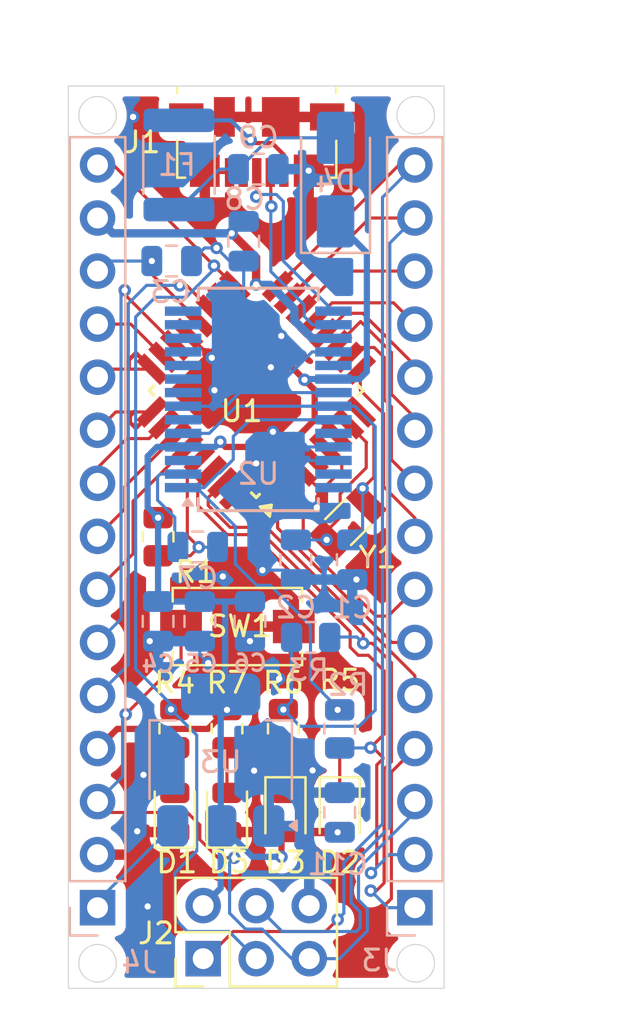
<source format=kicad_pcb>
(kicad_pcb (version 20240108) (generator "pcbnew") (generator_version "8.0")
  (layers (0 "F.Cu" signal) (31 "B.Cu" signal) (34 "B.Paste" user) (35 "F.Paste" user) (36 "B.SilkS" user "B.Silkscreen") (37 "F.SilkS" user "F.Silkscreen") (38 "B.Mask" user) (39 "F.Mask" user) (44 "Edge.Cuts" user))
  (net 0 "")
  (net 1 "GND")
  (net 2 "XTAL2")
  (net 3 "XTAL1")
  (net 4 "AREF")
  (net 5 "+5V")
  (net 6 "RESET")
  (net 7 "Net-(U2-DTR)")
  (net 8 "+3.3V")
  (net 9 "VBUS")
  (net 10 "Net-(D1-A)")
  (net 11 "RX")
  (net 12 "Net-(D2-K)")
  (net 13 "TX")
  (net 14 "Net-(D3-K)")
  (net 15 "Net-(D5-A)")
  (net 16 "Net-(J1-VBUS)")
  (net 17 "D+")
  (net 18 "D-")
  (net 20 "D12{slash}MISO")
  (net 21 "D11{slash}MOSI")
  (net 22 "D13{slash}SCK")
  (net 23 "D5")
  (net 24 "D6")
  (net 25 "D10")
  (net 26 "D3")
  (net 27 "D8")
  (net 28 "D7")
  (net 29 "D2")
  (net 30 "D9")
  (net 31 "D0{slash}RX")
  (net 32 "D1{slash}TX")
  (net 33 "D4")
  (net 34 "A7")
  (net 35 "A0")
  (net 36 "A2")
  (net 37 "A4")
  (net 38 "A3")
  (net 39 "A6")
  (net 40 "A1")
  (net 41 "VIN")
  (net 42 "A5")
  (footprint "LED_SMD:LED_0805_2012Metric" (layer "F.Cu") (at 114.6 137.013 -90)
    (property "Reference" "D2")
    (property "Value" "LED_RX")
  )
  (footprint "Resistor_SMD:R_0805_2012Metric" (layer "F.Cu") (at 106.7 133.0005 -90)
    (property "Reference" "R4")
    (property "Value" "R")
  )
  (footprint "Resistor_SMD:R_0805_2012Metric" (layer "F.Cu") (at 105.9 123.813 -90)
    (property "Reference" "R1")
    (property "Value" "R")
  )
  (footprint "Resistor_SMD:R_0805_2012Metric" (layer "F.Cu") (at 114.6 133.013 -90)
    (property "Reference" "R5")
    (property "Value" "R")
  )
  (footprint "Button_Switch_SMD:SW_SPST_EVQPE1" (layer "F.Cu") (at 109.7 128.113 180)
    (property "Reference" "SW1")
    (property "Value" "SW_Push")
  )
  (footprint "Package_QFP:TQFP-32_7x7mm_P0.8mm" (layer "F.Cu") (at 110.6 116.813 135)
    (property "Reference" "U1")
    (property "Value" "ATmega328P-A")
  )
  (footprint "Resistor_SMD:R_0805_2012Metric" (layer "F.Cu") (at 109.2 133.0005 -90)
    (property "Reference" "R7")
    (property "Value" "R")
  )
  (footprint "LED_SMD:LED_0805_2012Metric" (layer "F.Cu") (at 109.2 137.013 90)
    (property "Reference" "D5")
    (property "Value" "LED_Tension")
  )
  (footprint "Connector_USB:USB_Micro-B_Molex_47346-0001" (layer "F.Cu") (at 110.625 104.913 180)
    (property "Reference" "J1")
    (property "Value" "USB_B_Micro")
  )
  (footprint "LED_SMD:LED_0805_2012Metric" (layer "F.Cu") (at 106.7 137.013 90)
    (property "Reference" "D1")
    (property "Value" "LED_Built_In")
  )
  (footprint "Resistor_SMD:R_0805_2012Metric" (layer "F.Cu") (at 111.9 133.0005 -90)
    (property "Reference" "R6")
    (property "Value" "R")
  )
  (footprint "LED_SMD:LED_0805_2012Metric" (layer "F.Cu") (at 112 137.013 -90)
    (property "Reference" "D3")
    (property "Value" "LED_TX")
  )
  (footprint "Crystal:Crystal_SMD_3215-2Pin_3.2x1.5mm" (layer "F.Cu") (at 115 123.113 -135)
    (property "Reference" "Y1")
    (property "Value" "Crystal")
  )
  (footprint "Connector_PinHeader_2.54mm:PinHeader_2x03_P2.54mm_Vertical" (layer "F.Cu") (at 108.06 144.013 90)
    (property "Reference" "J2")
    (property "Value" "AVR-ISP-6")
  )
  (footprint "Capacitor_SMD:C_0805_2012Metric" (layer "B.Cu") (at 106.55 110.613)
    (property "Reference" "C3")
    (property "Value" "C")
  )
  (footprint "Fuse:Fuse_1812_4532Metric" (layer "B.Cu") (at 106.9 106.013 90)
    (property "Reference" "F1")
    (property "Value" "Polyfuse")
  )
  (footprint "Capacitor_SMD:C_0805_2012Metric" (layer "B.Cu") (at 110.7 106.213)
    (property "Reference" "C9")
    (property "Value" "C_Polarized")
  )
  (footprint "Capacitor_SMD:C_0805_2012Metric" (layer "B.Cu") (at 115.2 124.913 90)
    (property "Reference" "C1")
    (property "Value" "C")
  )
  (footprint "Package_TO_SOT_SMD:SOT-223-3_TabPin2" (layer "B.Cu") (at 108.9 134.513 90)
    (property "Reference" "U3")
    (property "Value" "LM1117MP-5.0")
  )
  (footprint "Capacitor_SMD:C_0805_2012Metric" (layer "B.Cu") (at 110.3 127.863 -90)
    (property "Reference" "C6")
    (property "Value" "C")
  )
  (footprint "Resistor_SMD:R_0805_2012Metric" (layer "B.Cu") (at 113.206995 128.632541)
    (property "Reference" "R3")
    (property "Value" "R")
  )
  (footprint "Capacitor_SMD:C_0805_2012Metric" (layer "B.Cu") (at 114.6 137.013 -90)
    (property "Reference" "C11")
    (property "Value" "C")
  )
  (footprint "Diode_SMD:D_SMA" (layer "B.Cu") (at 114.4 106.713 90)
    (property "Reference" "D4")
    (property "Value" "D_Schottky")
  )
  (footprint "Connector_PinHeader_2.54mm:PinHeader_1x15_P2.54mm_Vertical" (layer "B.Cu") (at 118.2 141.573)
    (property "Reference" "J3")
    (property "Value" "Conn_01x15")
  )
  (footprint "Package_SO:SSOP-28_5.3x10.2mm_P0.65mm" (layer "B.Cu") (at 110.7 117.238)
    (property "Reference" "U2")
    (property "Value" "FT232RL")
  )
  (footprint "Capacitor_SMD:C_0805_2012Metric" (layer "B.Cu") (at 107.8 124.3)
    (property "Reference" "C7")
    (property "Value" "C")
  )
  (footprint "Capacitor_SMD:C_0805_2012Metric" (layer "B.Cu") (at 110 109.663 90)
    (property "Reference" "C8")
    (property "Value" "C")
  )
  (footprint "Connector_PinHeader_2.54mm:PinHeader_1x15_P2.54mm_Vertical" (layer "B.Cu") (at 103 141.573)
    (property "Reference" "J4")
    (property "Value" "Conn_01x15")
  )
  (footprint "Capacitor_SMD:C_0805_2012Metric" (layer "B.Cu") (at 107.9 127.863 -90)
    (property "Reference" "C5")
    (property "Value" "C_Polarized")
  )
  (footprint "Capacitor_SMD:C_0805_2012Metric" (layer "B.Cu") (at 105.9 127.863 -90)
    (property "Reference" "C4")
    (property "Value" "C")
  )
  (footprint "Capacitor_SMD:C_0805_2012Metric" (layer "B.Cu") (at 112.5 124.913 -90)
    (property "Reference" "C2")
    (property "Value" "C")
  )
  (footprint "Resistor_SMD:R_0805_2012Metric" (layer "B.Cu") (at 114.6 133.013 90)
    (property "Reference" "R2")
    (property "Value" "R")
  )
  (gr_circle (center 118.24 103.633) (end 119.14 103.633) (stroke (width 0.05)) (fill none) (layer "Edge.Cuts"))
  (gr_circle (center 118.24 144.233) (end 119.14 144.233) (stroke (width 0.05)) (fill none) (layer "Edge.Cuts"))
  (gr_circle (center 103 144.233) (end 103.9 144.233) (stroke (width 0.05)) (fill none) (layer "Edge.Cuts"))
  (gr_rect (start 101.6 102.233) (end 119.6 145.433) (stroke (width 0.05)) (fill none) (layer "Edge.Cuts"))
  (gr_circle (center 103 103.633) (end 103.9 103.633) (stroke (width 0.05)) (fill none) (layer "Edge.Cuts"))
  (segment (start 112.757 120.667) (end 113.503 121.413) (width 0.15) (layer "F.Cu") (net 1))
  (segment (start 117.075 141.138) (end 116.6 141.613) (width 0.15) (layer "F.Cu") (net 1))
  (segment (start 108.468 115.246) (end 107.312 114.091) (width 0.15) (layer "F.Cu") (net 1))
  (segment (start 113.9 121.413) (end 114.7 120.613) (width 0.15) (layer "F.Cu") (net 1))
  (segment (start 109.333 115.246) (end 111.4 117.313) (width 0.15) (layer "F.Cu") (net 1))
  (segment (start 104.22 139.033) (end 104.3 139.113) (width 0.15) (layer "F.Cu") (net 1))
  (segment (start 108.472 115.246) (end 109.333 115.246) (width 0.15) (layer "F.Cu") (net 1))
  (segment (start 108.472 115.246) (end 108.468 115.246) (width 0.15) (layer "F.Cu") (net 1))
  (segment (start 114.7 120.613) (end 114.7 120.313) (width 0.15) (layer "F.Cu") (net 1))
  (segment (start 110.4375 137.9505) (end 110.5 138.013) (width 0.15) (layer "F.Cu") (net 1))
  (segment (start 114.7 120.313) (end 113.922 119.535) (width 0.15) (layer "F.Cu") (net 1))
  (segment (start 109.2 137.9505) (end 110.4375 137.9505) (width 0.15) (layer "F.Cu") (net 1))
  (segment (start 103 139.033) (end 104.22 139.033) (width 0.15) (layer "F.Cu") (net 1))
  (segment (start 118.2 133.953) (end 117.075 135.078) (width 0.15) (layer "F.Cu") (net 1))
  (segment (start 111.4 117.313) (end 111.4 118.788) (width 0.15) (layer "F.Cu") (net 1))
  (segment (start 109.325 106.373) (end 108.2225 106.373) (width 0.15) (layer "F.Cu") (net 1))
  (segment (start 113.14 140.649) (end 113.155 140.634) (width 0.15) (layer "F.Cu") (net 1))
  (segment (start 108.2225 106.373) (end 108.1375 106.288) (width 0.15) (layer "F.Cu") (net 1))
  (segment (start 113.922 119.535) (end 113.888 119.535) (width 0.15) (layer "F.Cu") (net 1))
  (segment (start 113.503 121.413) (end 113.9 121.413) (width 0.15) (layer "F.Cu") (net 1))
  (segment (start 117.075 135.078) (end 117.075 141.138) (width 0.15) (layer "F.Cu") (net 1))
  (via (at 113.1125 106.288) (size 0.6) (drill 0.3) (layers "F.Cu" "B.Cu") (net 1))
  (via (at 111.4 118.788) (size 0.6) (drill 0.3) (layers "F.Cu" "B.Cu") (net 1))
  (via (at 110.5 135.013) (size 0.6) (drill 0.3) (layers "F.Cu" "B.Cu") (net 1))
  (via (at 108.472 115.246) (size 0.6) (drill 0.3) (layers "F.Cu" "B.Cu") (net 1))
  (via (at 105.2 135.213) (size 0.6) (drill 0.3) (layers "F.Cu" "B.Cu") (net 1))
  (via (at 109 125.713) (size 0.6) (drill 0.3) (layers "F.Cu" "B.Cu") (net 1))
  (via (at 111.7 130.613) (size 0.6) (drill 0.3) (layers "F.Cu" "B.Cu") (net 1))
  (via (at 111.8 114.2) (size 0.6) (drill 0.3) (layers "F.Cu" "B.Cu") (net 1))
  (via (at 108.7 109.985) (size 0.6) (drill 0.3) (layers "F.Cu" "B.Cu") (net 1))
  (via (at 105.4 141.513) (size 0.6) (drill 0.3) (layers "F.Cu" "B.Cu") (net 1))
  (via (at 110.6 120.3) (size 0.6) (drill 0.3) (layers "F.Cu" "B.Cu") (net 1))
  (via (at 108.3 129.863) (size 0.6) (drill 0.3) (layers "F.Cu" "B.Cu") (net 1))
  (via (at 111.3 115.7) (size 0.6) (drill 0.3) (layers "F.Cu" "B.Cu") (net 1))
  (via (at 104.9 137.913) (size 0.6) (drill 0.3) (layers "F.Cu" "B.Cu") (net 1))
  (via (at 110.3 128.813) (size 0.6) (drill 0.3) (layers "F.Cu" "B.Cu") (net 1))
  (via (at 113.5 122.413) (size 0.6) (drill 0.3) (layers "F.Cu" "B.Cu") (net 1))
  (via (at 110.9 125.413) (size 0.6) (drill 0.3) (layers "F.Cu" "B.Cu") (net 1))
  (via (at 105.499998 128.813) (size 0.6) (drill 0.3) (layers "F.Cu" "B.Cu") (net 1))
  (via (at 113.3 135) (size 0.6) (drill 0.3) (layers "F.Cu" "B.Cu") (net 1))
  (via (at 115.401 125.862) (size 0.6) (drill 0.3) (layers "F.Cu" "B.Cu") (net 1))
  (via (at 104.7 103.713) (size 0.6) (drill 0.3) (layers "F.Cu" "B.Cu") (net 1))
  (via (at 108.6 116.8) (size 0.6) (drill 0.3) (layers "F.Cu" "B.Cu") (net 1))
  (segment (start 108.7 109.985) (end 109.478 110.763) (width 0.15) (layer "B.Cu") (net 1))
  (segment (start 111.9 116.338) (end 111.9 116.513) (width 0.15) (layer "B.Cu") (net 1))
  (segment (start 111.65 106.213) (end 113.0375 106.213) (width 0.15) (layer "B.Cu") (net 1))
  (segment (start 113.0375 106.213) (end 113.1125 106.288) (width 0.15) (layer "B.Cu") (net 1))
  (segment (start 110 110.763) (end 110 112.713) (width 0.15) (layer "B.Cu") (net 1))
  (segment (start 109.155 117.563) (end 110.205 116.513) (width 0.15) (layer "B.Cu") (net 1))
  (segment (start 112.8 120.013) (end 112.8 119.613) (width 0.15) (layer "B.Cu") (net 1))
  (segment (start 112.05 125.413) (end 110.9 125.413) (width 0.15) (layer "B.Cu") (net 1))
  (segment (start 114.3 114.963) (end 113.275 114.963) (width 0.15) (layer "B.Cu") (net 1))
  (segment (start 112.8 119.613) (end 112.9 119.513) (width 0.15) (layer "B.Cu") (net 1))
  (segment (start 107.9 129.463) (end 107.9 128.813) (width 0.15) (layer "B.Cu") (net 1))
  (segment (start 108.7 109.985) (end 108.128 109.985) (width 0.15) (layer "B.Cu") (net 1))
  (segment (start 112.95 120.163) (end 112.8 120.013) (width 0.15) (layer "B.Cu") (net 1))
  (segment (start 114.3 120.163) (end 112.95 120.163) (width 0.15) (layer "B.Cu") (net 1))
  (segment (start 107.9 110.763) (end 107.75 110.613) (width 0.15) (layer "B.Cu") (net 1))
  (segment (start 112.9 119.513) (end 114.3 119.513) (width 0.15) (layer "B.Cu") (net 1))
  (segment (start 110.205 116.513) (end 111.9 116.513) (width 0.15) (layer "B.Cu") (net 1))
  (segment (start 109.478 110.763) (end 110 110.763) (width 0.15) (layer "B.Cu") (net 1))
  (segment (start 113.275 114.963) (end 111.9 116.338) (width 0.15) (layer "B.Cu") (net 1))
  (segment (start 108.128 109.985) (end 107.5 110.613) (width 0.15) (layer "B.Cu") (net 1))
  (segment (start 107.1 117.563) (end 109.155 117.563) (width 0.15) (layer "B.Cu") (net 1))
  (segment (start 112.3 116.913) (end 114.3 116.913) (width 0.15) (layer "B.Cu") (net 1))
  (segment (start 111.9 116.513) (end 112.3 116.913) (width 0.15) (layer "B.Cu") (net 1))
  (segment (start 110 112.713) (end 110.205 112.918) (width 0.15) (layer "B.Cu") (net 1))
  (segment (start 112.5 125.863) (end 112.05 125.413) (width 0.15) (layer "B.Cu") (net 1))
  (segment (start 105.499998 128.813) (end 105.9 128.813) (width 0.15) (layer "B.Cu") (net 1))
  (segment (start 115.4 125.863) (end 115.401 125.862) (width 0.15) (layer "B.Cu") (net 1))
  (segment (start 110.205 112.918) (end 110.205 116.513) (width 0.15) (layer "B.Cu") (net 1))
  (segment (start 108.3 129.863) (end 107.9 129.463) (width 0.15) (layer "B.Cu") (net 1))
  (segment (start 115.911 118.1645) (end 115.5851 117.8386) (width 0.2) (layer "F.Cu") (net 2))
  (segment (start 115.5851 117.8386) (end 115.5851 117.8383) (width 0.2) (layer "F.Cu") (net 2))
  (segment (start 116.237 120.958) (end 116.237 118.491) (width 0.15) (layer "F.Cu") (net 2))
  (segment (start 115.8839 122.2291) (end 115.696 122.0412) (width 0.2) (layer "F.Cu") (net 2))
  (segment (start 116.237 118.491) (end 115.911 118.1645) (width 0.15) (layer "F.Cu") (net 2))
  (segment (start 115.696 122.0412) (end 115.696 121.499) (width 0.2) (layer "F.Cu") (net 2))
  (segment (start 115.911 118.1645) (end 115.585 117.838) (width 0.15) (layer "F.Cu") (net 2))
  (segment (start 115.696 121.499) (end 116.237 120.958) (width 0.15) (layer "F.Cu") (net 2))
  (via (at 115.696 121.499) (size 0.6) (drill 0.3) (layers "F.Cu" "B.Cu") (net 2))
  (segment (start 115.696 121.499) (end 115.696 123.467) (width 0.15) (layer "B.Cu") (net 2))
  (segment (start 115.696 123.467) (end 115.2 123.963) (width 0.15) (layer "B.Cu") (net 2))
  (segment (start 114.0772 123.958) (end 114.1161 123.9969) (width 0.2) (layer "F.Cu") (net 3))
  (segment (start 114.1161 123.6971) (end 114.1161 123.9969) (width 0.2) (layer "F.Cu") (net 3))
  (segment (start 114.116 123.697) (end 114.1161 123.6971) (width 0.2) (layer "F.Cu") (net 3))
  (segment (start 114.619 122.894) (end 114.116 123.397) (width 0.15) (layer "F.Cu") (net 3))
  (segment (start 114.619 121.763) (end 114.619 122.894) (width 0.15) (layer "F.Cu") (net 3))
  (segment (start 115.869 119.319) (end 115.869 120.513) (width 0.15) (layer "F.Cu") (net 3))
  (segment (start 115.019 118.404) (end 115.019 118.432) (width 0.15) (layer "F.Cu") (net 3))
  (segment (start 114.116 123.697) (end 114.116 123.997) (width 0.15) (layer "F.Cu") (net 3))
  (segment (start 115.887 119.3) (end 115.869 119.319) (width 0.15) (layer "F.Cu") (net 3))
  (segment (start 114.116 123.397) (end 114.116 123.697) (width 0.15) (layer "F.Cu") (net 3))
  (segment (start 115.019 118.432) (end 115.887 119.3) (width 0.15) (layer "F.Cu") (net 3))
  (segment (start 115.869 120.513) (end 114.619 121.763) (width 0.15) (layer "F.Cu") (net 3))
  (segment (start 115.0194 118.404) (end 115.019 118.404) (width 0.2) (layer "F.Cu") (net 3))
  (segment (start 113.975 123.958) (end 114.0772 123.958) (width 0.2) (layer "F.Cu") (net 3))
  (via (at 113.975 123.958) (size 0.6) (drill 0.3) (layers "F.Cu" "B.Cu") (net 3))
  (segment (start 112.5 123.963) (end 113.97 123.963) (width 0.15) (layer "B.Cu") (net 3))
  (segment (start 113.97 123.963) (end 113.975 123.958) (width 0.15) (layer "B.Cu") (net 3))
  (segment (start 107.203 112.85) (end 107.878 113.525) (width 0.15) (layer "F.Cu") (net 4))
  (segment (start 107.203 112.85) (end 107.8776 113.5246) (width 0.2) (layer "F.Cu") (net 4))
  (segment (start 105.6 110.613) (end 105.6 111.247) (width 0.15) (layer "F.Cu") (net 4))
  (segment (start 107.8776 113.5246) (end 107.8776 113.525) (width 0.2) (layer "F.Cu") (net 4))
  (segment (start 105.6 111.247) (end 107.203 112.85) (width 0.15) (layer "F.Cu") (net 4))
  (via (at 105.6 110.613) (size 0.6) (drill 0.3) (layers "F.Cu" "B.Cu") (net 4))
  (segment (start 103.48 110.613) (end 103 111.093) (width 0.15) (layer "B.Cu") (net 4))
  (segment (start 105.6 110.613) (end 103.48 110.613) (width 0.15) (layer "B.Cu") (net 4))
  (segment (start 112 137.951) (end 114.488 137.951) (width 0.4) (layer "F.Cu") (net 5))
  (segment (start 111.810972 138.140028) (end 112 137.951) (width 0.3) (layer "F.Cu") (net 5))
  (segment (start 114.6 137.9505) (end 114.5125 137.9505) (width 0.2) (layer "F.Cu") (net 5))
  (segment (start 113.4 118.213) (end 113.697 118.213) (width 0.3) (layer "F.Cu") (net 5))
  (segment (start 114.4537 118.9697) (end 114.454 118.97) (width 0.3) (layer "F.Cu") (net 5))
  (segment (start 113.322 120.101) (end 112.6 119.379) (width 0.3) (layer "F.Cu") (net 5))
  (segment (start 113.4 116.785) (end 113.4 118.213) (width 0.3) (layer "F.Cu") (net 5))
  (segment (start 111.810972 139.135853) (end 111.810972 138.140028) (width 0.3) (layer "F.Cu") (net 5))
  (segment (start 112 137.9505) (end 112 137.951) (width 0.2) (layer "F.Cu") (net 5))
  (segment (start 112.6 119.379) (end 112.6 119.013) (width 0.3) (layer "F.Cu") (net 5))
  (segment (start 112.1 119.513) (end 112.6 119.013) (width 0.3) (layer "F.Cu") (net 5))
  (segment (start 108.288 133.013) (end 103.94 133.013) (width 0.3) (layer "F.Cu") (net 5))
  (segment (start 113.697 118.213) (end 114.4537 118.9697) (width 0.3) (layer "F.Cu") (net 5))
  (segment (start 112.6 119.013) (end 113.4 118.213) (width 0.3) (layer "F.Cu") (net 5))
  (segment (start 109.2 132.101) (end 108.288 133.013) (width 0.3) (layer "F.Cu") (net 5))
  (segment (start 114.488 137.951) (end 114.5 137.963) (width 0.4) (layer "F.Cu") (net 5))
  (segment (start 109.2 132.1005) (end 109.2 132.101) (width 0.2) (layer "F.Cu") (net 5))
  (segment (start 108.88 119.265) (end 109.128 119.513) (width 0.3) (layer "F.Cu") (net 5))
  (segment (start 103.94 133.013) (end 103 133.953) (width 0.3) (layer "F.Cu") (net 5))
  (segment (start 109.128 119.513) (end 112.1 119.513) (width 0.3) (layer "F.Cu") (net 5))
  (segment (start 109.009 112.3936) (end 109.009 112.394) (width 0.2) (layer "F.Cu") (net 5))
  (segment (start 112.914 116.299) (end 113.4 116.785) (width 0.3) (layer "F.Cu") (net 5))
  (segment (start 114.5125 137.9505) (end 114.5 137.963) (width 0.2) (layer "F.Cu") (net 5))
  (segment (start 113.3224 120.101) (end 113.322 120.101) (width 0.2) (layer "F.Cu") (net 5))
  (segment (start 109.009 112.394) (end 112.914 116.299) (width 0.3) (layer "F.Cu") (net 5))
  (segment (start 105.9 122.9005) (end 105.9 122.901) (width 0.2) (layer "F.Cu") (net 5))
  (via (at 109.2 132.101) (size 0.6) (drill 0.3) (layers "F.Cu" "B.Cu") (net 5))
  (via (at 114.5 137.963) (size 0.6) (drill 0.3) (layers "F.Cu" "B.Cu") (net 5))
  (via (at 112.914 116.299) (size 0.6) (drill 0.3) (layers "F.Cu" "B.Cu") (net 5))
  (via (at 111.810972 139.135853) (size 0.6) (drill 0.3) (layers "F.Cu" "B.Cu") (net 5))
  (via (at 105.9 122.901) (size 0.6) (drill 0.3) (layers "F.Cu" "B.Cu") (net 5))
  (via (at 108.88 119.265) (size 0.6) (drill 0.3) (layers "F.Cu" "B.Cu") (net 5))
  (segment (start 115.9 110.213) (end 115.9 115.913) (width 0.3) (layer "B.Cu") (net 5))
  (segment (start 108.9 140.633) (end 108.06 141.473) (width 0.3) (layer "B.Cu") (net 5))
  (segment (start 109.2 126.913) (end 109.114 126.999) (width 0.3) (layer "B.Cu") (net 5))
  (segment (start 108.632 119.513) (end 108.88 119.265) (width 0.3) (layer "B.Cu") (net 5))
  (segment (start 109.2 132.101) (end 108.9 131.801) (width 0.3) (layer "B.Cu") (net 5))
  (segment (start 108.9 131.363) (end 109.2 131.063) (width 0.3) (layer "B.Cu") (net 5))
  (segment (start 108.9 137.813) (end 108.9 140.633) (width 0.3) (layer "B.Cu") (net 5))
  (segment (start 105.4 122.401) (end 105.9 122.901) (width 0.3) (layer "B.Cu") (net 5))
  (segment (start 110.3 126.913) (end 109.2 126.913) (width 0.3) (layer "B.Cu") (net 5))
  (segment (start 108.9 132.401) (end 109.2 132.101) (width 0.3) (layer "B.Cu") (net 5))
  (segment (start 115.55 116.263) (end 114.3 116.263) (width 0.3) (layer "B.Cu") (net 5))
  (segment (start 107.1 119.513) (end 105.85 119.513) (width 0.3) (layer "B.Cu") (net 5))
  (segment (start 114.3 116.263) (end 112.95 116.263) (width 0.3) (layer "B.Cu") (net 5))
  (segment (start 108.9 131.801) (end 108.9 131.363) (width 0.3) (layer "B.Cu") (net 5))
  (segment (start 112.95 116.263) (end 112.914 116.299) (width 0.3) (layer "B.Cu") (net 5))
  (segment (start 108.9 137.663) (end 108.9 132.401) (width 0.3) (layer "B.Cu") (net 5))
  (segment (start 108.9 137.813) (end 108.9 137.663) (width 0.3) (layer "B.Cu") (net 5))
  (segment (start 109.114 131.149) (end 108.9 131.363) (width 0.3) (layer "B.Cu") (net 5))
  (segment (start 115.9 115.913) (end 115.55 116.263) (width 0.3) (layer "B.Cu") (net 5))
  (segment (start 114.4 108.713) (end 115.9 110.213) (width 0.3) (layer "B.Cu") (net 5))
  (segment (start 108.9 137.663) (end 108.9 137.813) (width 0.3) (layer "B.Cu") (net 5))
  (segment (start 111.810972 139.135853) (end 110.422853 139.135853) (width 0.3) (layer "B.Cu") (net 5))
  (segment (start 109.114 126.999) (end 109.114 131.149) (width 0.3) (layer "B.Cu") (net 5))
  (segment (start 109.1 137.813) (end 108.9 137.813) (width 0.3) (layer "B.Cu") (net 5))
  (segment (start 105.4 119.963) (end 105.4 122.401) (width 0.3) (layer "B.Cu") (net 5))
  (segment (start 110.422853 139.135853) (end 109.1 137.813) (width 0.3) (layer "B.Cu") (net 5))
  (segment (start 114.6 137.963) (end 114.5 137.963) (width 0.2) (layer "B.Cu") (net 5))
  (segment (start 105.85 119.513) (end 105.4 119.963) (width 0.3) (layer "B.Cu") (net 5))
  (segment (start 109.2 126.913) (end 107.9 126.913) (width 0.3) (layer "B.Cu") (net 5))
  (segment (start 105.9 126.913) (end 107.9 126.913) (width 0.3) (layer "B.Cu") (net 5))
  (segment (start 105.85 119.513) (end 107.1 119.513) (width 0.3) (layer "B.Cu") (net 5))
  (segment (start 107.1 119.513) (end 108.632 119.513) (width 0.3) (layer "B.Cu") (net 5))
  (segment (start 105.9 126.913) (end 105.9 122.901) (width 0.3) (layer "B.Cu") (net 5))
  (segment (start 108.769238 139.182238) (end 107.9 138.313) (width 0.15) (layer "F.Cu") (net 6))
  (segment (start 105.9 124.725) (end 105.9 124.7255) (width 0.15) (layer "F.Cu") (net 6))
  (segment (start 107.3 123.763) (end 107.3 120.679) (width 0.15) (layer "F.Cu") (net 6))
  (segment (start 107 128.113) (end 107 129.662) (width 0.15) (layer "F.Cu") (net 6))
  (segment (start 109.549999 139.182238) (end 108.769238 139.182238) (width 0.15) (layer "F.Cu") (net 6))
  (segment (start 105.9 124.7255) (end 105.9 127.013) (width 0.15) (layer "F.Cu") (net 6))
  (segment (start 107.3 120.679) (end 107.8778 120.1012) (width 0.15) (layer "F.Cu") (net 6))
  (segment (start 107.9 137.613) (end 107.3 137.013) (width 0.15) (layer "F.Cu") (net 6))
  (segment (start 103.52 137.013) (end 103 136.493) (width 0.15) (layer "F.Cu") (net 6))
  (segment (start 107.438 124.725) (end 105.9 124.725) (width 0.15) (layer "F.Cu") (net 6))
  (segment (start 107.3 137.013) (end 103.52 137.013) (width 0.15) (layer "F.Cu") (net 6))
  (segment (start 105.9 127.013) (end 107 128.113) (width 0.15) (layer "F.Cu") (net 6))
  (segment (start 107.85 124.313) (end 107.438 124.725) (width 0.15) (layer "F.Cu") (net 6))
  (segment (start 107.8776 120.101) (end 107.8778 120.1012) (width 0.2) (layer "F.Cu") (net 6))
  (segment (start 107.9 138.313) (end 107.9 137.613) (width 0.15) (layer "F.Cu") (net 6))
  (segment (start 107 129.662) (end 104.349 132.313) (width 0.15) (layer "F.Cu") (net 6))
  (segment (start 107.8778 120.1012) (end 107.878 120.101) (width 0.15) (layer "F.Cu") (net 6))
  (segment (start 107.85 124.313) (end 107.3 123.763) (width 0.15) (layer "F.Cu") (net 6))
  (via (at 107.85 124.313) (size 0.6) (drill 0.3) (layers "F.Cu" "B.Cu") (net 6))
  (via (at 109.549999 139.182238) (size 0.6) (drill 0.3) (layers "F.Cu" "B.Cu") (net 6))
  (via (at 104.349 132.313) (size 0.6) (drill 0.3) (layers "F.Cu" "B.Cu") (net 6))
  (segment (start 110.885 142.598) (end 112.3 144.013) (width 0.15) (layer "B.Cu") (net 6))
  (segment (start 115.925 141.629853) (end 115.925 142.682974) (width 0.15) (layer "B.Cu") (net 6))
  (segment (start 109.325 139.407237) (end 109.325 141.838) (width 0.15) (layer "B.Cu") (net 6))
  (segment (start 107.85 124.313) (end 108.75 124.313) (width 0.15) (layer "B.Cu") (net 6))
  (segment (start 114.594974 144.013) (end 113.14 144.013) (width 0.15) (layer "B.Cu") (net 6))
  (segment (start 110.085 142.598) (end 110.885 142.598) (width 0.15) (layer "B.Cu") (net 6))
  (segment (start 109.325 141.838) (end 110.085 142.598) (width 0.15) (layer "B.Cu") (net 6))
  (segment (start 115.925 142.682974) (end 114.594974 144.013) (width 0.15) (layer "B.Cu") (net 6))
  (segment (start 104.2 132.462) (end 104.2 135.293) (width 0.15) (layer "B.Cu") (net 6))
  (segment (start 118.2 136.997) (end 115.5 139.697) (width 0.15) (layer "B.Cu") (net 6))
  (segment (start 118.2 136.493) (end 118.2 136.997) (width 0.15) (layer "B.Cu") (net 6))
  (segment (start 104.2 135.293) (end 103 136.493) (width 0.15) (layer "B.Cu") (net 6))
  (segment (start 112.3 144.013) (end 113.14 144.013) (width 0.15) (layer "B.Cu") (net 6))
  (segment (start 115.5 141.204853) (end 115.925 141.629853) (width 0.15) (layer "B.Cu") (net 6))
  (segment (start 104.349 132.313) (end 104.2 132.462) (width 0.15) (layer "B.Cu") (net 6))
  (segment (start 115.5 139.697) (end 115.5 141.204853) (width 0.15) (layer "B.Cu") (net 6))
  (segment (start 109.549999 139.182238) (end 109.325 139.407237) (width 0.15) (layer "B.Cu") (net 6))
  (segment (start 106.7 124.163) (end 106.85 124.313) (width 0.15) (layer "B.Cu") (net 7))
  (segment (start 105.875 120.938) (end 105.875 122.062) (width 0.15) (layer "B.Cu") (net 7))
  (segment (start 105.875 122.062) (end 106.7 122.887) (width 0.15) (layer "B.Cu") (net 7))
  (segment (start 106 120.813) (end 105.875 120.938) (width 0.15) (layer "B.Cu") (net 7))
  (segment (start 106.7 122.887) (end 106.7 124.163) (width 0.15) (layer "B.Cu") (net 7))
  (segment (start 107.1 120.813) (end 106 120.813) (width 0.15) (layer "B.Cu") (net 7))
  (segment (start 110.596 110.453) (end 110.596 111.754) (width 0.4) (layer "F.Cu") (net 8))
  (segment (start 109.428 109.285) (end 110.596 110.453) (width 0.4) (layer "F.Cu") (net 8))
  (via (at 109.428 109.285) (size 0.6) (drill 0.3) (layers "F.Cu" "B.Cu") (net 8))
  (via (at 110.596 111.734) (size 0.6) (drill 0.3) (layers "F.Cu" "B.Cu") (net 8))
  (segment (start 103.732 109.285) (end 103 108.553) (width 0.4) (layer "B.Cu") (net 8))
  (segment (start 111.269 111.754) (end 112.425 112.91) (width 0.4) (layer "B.Cu") (net 8))
  (segment (start 112.425 113.46) (end 113.278 114.313) (width 0.4) (layer "B.Cu") (net 8))
  (segment (start 113.278 114.313) (end 114.3 114.313) (width 0.4) (layer "B.Cu") (net 8))
  (segment (start 112.425 112.91) (end 112.425 113.46) (width 0.4) (layer "B.Cu") (net 8))
  (segment (start 110.596 111.754) (end 111.269 111.754) (width 0.4) (layer "B.Cu") (net 8))
  (segment (start 109.85 108.863) (end 110 108.863) (width 0.2) (layer "B.Cu") (net 8))
  (segment (start 109.428 109.285) (end 103.732 109.285) (width 0.4) (layer "B.Cu") (net 8))
  (segment (start 109.428 109.285) (end 109.85 108.863) (width 0.2) (layer "B.Cu") (net 8))
  (segment (start 108.838 106.213) (end 109.75 106.213) (width 0.15) (layer "B.Cu") (net 9))
  (segment (start 107.869 107.182) (end 107.8685 107.182) (width 0.2) (layer "B.Cu") (net 9))
  (segment (start 111.25 104.713) (end 114.4 104.713) (width 0.15) (layer "B.Cu") (net 9))
  (segment (start 107.869 107.182) (end 108.838 106.213) (width 0.15) (layer "B.Cu") (net 9))
  (segment (start 106.9 108.151) (end 107.869 107.182) (width 0.15) (layer "B.Cu") (net 9))
  (segment (start 109.75 106.213) (end 111.25 104.713) (width 0.15) (layer "B.Cu") (net 9))
  (segment (start 107.8685 107.182) (end 106.9 108.1505) (width 0.2) (layer "B.Cu") (net 9))
  (segment (start 106.7 136.063) (end 106.7 133.913) (width 0.15) (layer "F.Cu") (net 10))
  (segment (start 114.6 132.1005) (end 114.5005 132.1005) (width 0.2) (layer "F.Cu") (net 11))
  (segment (start 114.5005 132.1005) (end 114.5 132.101) (width 0.2) (layer "F.Cu") (net 11))
  (via (at 114.5 132.101) (size 0.6) (drill 0.3) (layers "F.Cu" "B.Cu") (net 11))
  (segment (start 111.274 126.138) (end 110.625 126.138) (width 0.15) (layer "B.Cu") (net 11))
  (segment (start 109.6 123.313) (end 107.75 121.463) (width 0.15) (layer "B.Cu") (net 11))
  (segment (start 107.75 121.463) (end 107.1 121.463) (width 0.15) (layer "B.Cu") (net 11))
  (segment (start 113.2 128.064) (end 111.274 126.138) (width 0.15) (layer "B.Cu") (net 11))
  (segment (start 107.1 121.463) (end 108.1 121.463) (width 0.15) (layer "B.Cu") (net 11))
  (segment (start 114.55 132.051) (end 113.2 130.701) (width 0.15) (layer "B.Cu") (net 11))
  (segment (start 113.2 130.701) (end 113.2 128.064) (width 0.15) (layer "B.Cu") (net 11))
  (segment (start 108.8 120.763) (end 108.85 120.763) (width 0.15) (layer "B.Cu") (net 11))
  (segment (start 108.85 120.763) (end 109.5 120.113) (width 0.15) (layer "B.Cu") (net 11))
  (segment (start 109.6 125.113) (end 109.6 123.313) (width 0.15) (layer "B.Cu") (net 11))
  (segment (start 110.625 126.138) (end 109.6 125.113) (width 0.15) (layer "B.Cu") (net 11))
  (segment (start 114.6 132.101) (end 114.55 132.051) (width 0.15) (layer "B.Cu") (net 11))
  (segment (start 114.5505 132.051) (end 114.6 132.1005) (width 0.2) (layer "B.Cu") (net 11))
  (segment (start 114.5 132.101) (end 114.55 132.051) (width 0.2) (layer "B.Cu") (net 11))
  (segment (start 110.3 118.213) (end 114.3 118.213) (width 0.15) (layer "B.Cu") (net 11))
  (segment (start 114.55 132.051) (end 114.5505 132.051) (width 0.2) (layer "B.Cu") (net 11))
  (segment (start 109.5 119.013) (end 110.3 118.213) (width 0.15) (layer "B.Cu") (net 11))
  (segment (start 108.1 121.463) (end 108.8 120.763) (width 0.15) (layer "B.Cu") (net 11))
  (segment (start 109.5 120.113) (end 109.5 119.013) (width 0.15) (layer "B.Cu") (net 11))
  (segment (start 114.6 136.0755) (end 114.6 136.075) (width 0.2) (layer "F.Cu") (net 12))
  (segment (start 114.6 133.925) (end 114.6 136.075) (width 0.15) (layer "F.Cu") (net 12))
  (via (at 111.9 132.088) (size 0.6) (drill 0.3) (layers "F.Cu" "B.Cu") (net 13))
  (segment (start 112.7 132.888) (end 115.525 132.888) (width 0.15) (layer "B.Cu") (net 13))
  (segment (start 109.65 117.563) (end 114.3 117.563) (width 0.15) (layer "B.Cu") (net 13))
  (segment (start 108.35 118.863) (end 109.65 117.563) (width 0.15) (layer "B.Cu") (net 13))
  (segment (start 116.3 132.113) (end 116.3 118.538) (width 0.15) (layer "B.Cu") (net 13))
  (segment (start 107.1 118.863) (end 108.35 118.863) (width 0.15) (layer "B.Cu") (net 13))
  (segment (start 112.288 128.613) (end 112.288 131.701) (width 0.15) (layer "B.Cu") (net 13))
  (segment (start 116.3 118.538) (end 115.325 117.563) (width 0.15) (layer "B.Cu") (net 13))
  (segment (start 112.288 131.701) (end 111.9 132.088) (width 0.15) (layer "B.Cu") (net 13))
  (segment (start 112.2875 128.613) (end 112.288 128.613) (width 0.2) (layer "B.Cu") (net 13))
  (segment (start 111.9 132.088) (end 112.7 132.888) (width 0.15) (layer "B.Cu") (net 13))
  (segment (start 115.525 132.888) (end 116.3 132.113) (width 0.15) (layer "B.Cu") (net 13))
  (segment (start 115.325 117.563) (end 114.3 117.563) (width 0.15) (layer "B.Cu") (net 13))
  (segment (start 111.9 133.913) (end 111.988 133.913) (width 0.2) (layer "F.Cu") (net 14))
  (segment (start 111.988 133.913) (end 112 133.925) (width 0.2) (layer "F.Cu") (net 14))
  (segment (start 112 136.0755) (end 112 136.075) (width 0.2) (layer "F.Cu") (net 14))
  (segment (start 112 136.075) (end 112 133.925) (width 0.15) (layer "F.Cu") (net 14))
  (segment (start 109.2 133.925) (end 109.2 136.075) (width 0.15) (layer "F.Cu") (net 15))
  (segment (start 109.2 136.0755) (end 109.2 136.075) (width 0.2) (layer "F.Cu") (net 15))
  (segment (start 110.476404 104.963) (end 111.363 104.963) (width 0.2) (layer "F.Cu") (net 16))
  (segment (start 110.331615 104.818211) (end 110.476404 104.963) (width 0.2) (layer "F.Cu") (net 16))
  (segment (start 111.925 105.525) (end 111.925 106.373) (width 0.2) (layer "F.Cu") (net 16))
  (segment (start 111.363 104.963) (end 111.925 105.525) (width 0.2) (layer "F.Cu") (net 16))
  (via (at 110.331615 104.818211) (size 0.6) (drill 0.3) (layers "F.Cu" "B.Cu") (net 16))
  (segment (start 107.294 104.269) (end 106.9 103.875) (width 0.15) (layer "B.Cu") (net 16))
  (segment (start 107.294 104.269) (end 107.2935 104.269) (width 0.2) (layer "B.Cu") (net 16))
  (segment (start 107.2935 104.269) (end 106.9 103.8755) (width 0.2) (layer "B.Cu") (net 16))
  (segment (start 106.9 103.8755) (end 109.388904 103.8755) (width 0.2) (layer "B.Cu") (net 16))
  (segment (start 109.388904 103.8755) (end 110.331615 104.818211) (width 0.2) (layer "B.Cu") (net 16))
  (segment (start 110.6 107.532555) (end 110.625 107.507555) (width 0.15) (layer "F.Cu") (net 17))
  (segment (start 110.625 107.507555) (end 110.625 106.373) (width 0.15) (layer "F.Cu") (net 17))
  (via (at 110.6 107.532555) (size 0.6) (drill 0.3) (layers "F.Cu" "B.Cu") (net 17))
  (segment (start 111.563173 107.425) (end 111.9 107.761827) (width 0.15) (layer "B.Cu") (net 17))
  (segment (start 110.707555 107.425) (end 111.563173 107.425) (width 0.15) (layer "B.Cu") (net 17))
  (segment (start 111.9 110.613) (end 114.3 113.013) (width 0.15) (layer "B.Cu") (net 17))
  (segment (start 110.6 107.532555) (end 110.707555 107.425) (width 0.15) (layer "B.Cu") (net 17))
  (segment (start 111.9 107.761827) (end 111.9 110.613) (width 0.15) (layer "B.Cu") (net 17))
  (segment (start 111.3 107.975) (end 111.3 106.398) (width 0.15) (layer "F.Cu") (net 18))
  (segment (start 111.325 108) (end 111.3 107.975) (width 0.15) (layer "F.Cu") (net 18))
  (segment (start 111.3 106.398) (end 111.275 106.373) (width 0.15) (layer "F.Cu") (net 18))
  (via (at 111.325 108) (size 0.6) (drill 0.3) (layers "F.Cu" "B.Cu") (net 18))
  (segment (start 113.3 113.663) (end 114.3 113.663) (width 0.15) (layer "B.Cu") (net 18))
  (segment (start 111.3 111.113) (end 112.9 112.713) (width 0.15) (layer "B.Cu") (net 18))
  (segment (start 112.9 112.713) (end 112.9 113.263) (width 0.15) (layer "B.Cu") (net 18))
  (segment (start 111.3 108.025) (end 111.3 111.113) (width 0.15) (layer "B.Cu") (net 18))
  (segment (start 111.325 108) (end 111.3 108.025) (width 0.15) (layer "B.Cu") (net 18))
  (segment (start 112.9 113.263) (end 113.3 113.663) (width 0.15) (layer "B.Cu") (net 18))
  (segment (start 111.6253 111.8279) (end 112.4043 111.0489) (width 0.2) (layer "F.Cu") (net 20))
  (segment (start 113.925 142.713) (end 109.5 142.713) (width 0.15) (layer "F.Cu") (net 20))
  (segment (start 108.2 144.013) (end 108.06 144.013) (width 0.15) (layer "F.Cu") (net 20))
  (segment (start 112.4043 111.0487) (end 117.44 106.013) (width 0.15) (layer "F.Cu") (net 20))
  (segment (start 117.44 106.013) (end 118.2 106.013) (width 0.15) (layer "F.Cu") (net 20))
  (segment (start 112.4043 111.0487) (end 112.4043 111.0489) (width 0.2) (layer "F.Cu") (net 20))
  (segment (start 114.5 142.138) (end 113.925 142.713) (width 0.15) (layer "F.Cu") (net 20))
  (segment (start 111.625 111.828) (end 112.4043 111.0487) (width 0.15) (layer "F.Cu") (net 20))
  (segment (start 109.5 142.713) (end 108.2 144.013) (width 0.15) (layer "F.Cu") (net 20))
  (via (at 114.5 142.138) (size 0.6) (drill 0.3) (layers "F.Cu" "B.Cu") (net 20))
  (segment (start 116.65 137.557) (end 116.65 107.563) (width 0.15) (layer "B.Cu") (net 20))
  (segment (start 114.5 142.138) (end 114.8 141.838) (width 0.15) (layer "B.Cu") (net 20))
  (segment (start 114.8 141.838) (end 114.8 139.407) (width 0.15) (layer "B.Cu") (net 20))
  (segment (start 116.65 107.563) (end 118.2 106.013) (width 0.15) (layer "B.Cu") (net 20))
  (segment (start 114.8 139.407) (end 116.65 137.557) (width 0.15) (layer "B.Cu") (net 20))
  (segment (start 114.1111 110.4735) (end 112.191 112.3936) (width 0.2) (layer "F.Cu") (net 21))
  (segment (start 114.1115 110.4735) (end 116.032 108.553) (width 0.15) (layer "F.Cu") (net 21))
  (segment (start 114.1115 110.4735) (end 114.1111 110.4735) (width 0.2) (layer "F.Cu") (net 21))
  (segment (start 112.191 112.394) (end 114.1115 110.4735) (width 0.15) (layer "F.Cu") (net 21))
  (segment (start 116.032 108.553) (end 118.2 108.553) (width 0.15) (layer "F.Cu") (net 21))
  (segment (start 110.6 141.473) (end 111.84 142.713) (width 0.15) (layer "B.Cu") (net 21))
  (segment (start 115.575 141.774827) (end 115.15 141.349827) (width 0.15) (layer "B.Cu") (net 21))
  (segment (start 115.575 142.538) (end 115.575 141.774827) (width 0.15) (layer "B.Cu") (net 21))
  (segment (start 115.15 141.349827) (end 115.15 139.552) (width 0.15) (layer "B.Cu") (net 21))
  (segment (start 111.84 142.713) (end 115.4 142.713) (width 0.15) (layer "B.Cu") (net 21))
  (segment (start 117 109.753) (end 118.2 108.553) (width 0.15) (layer "B.Cu") (net 21))
  (segment (start 115.15 139.552) (end 117 137.702) (width 0.15) (layer "B.Cu") (net 21))
  (segment (start 117 137.702) (end 117 109.753) (width 0.15) (layer "B.Cu") (net 21))
  (segment (start 115.4 142.713) (end 115.575 142.538) (width 0.15) (layer "B.Cu") (net 21))
  (segment (start 109.2425 111.4955) (end 108.58 110.833) (width 0.15) (layer "F.Cu") (net 22))
  (segment (start 106.7 132.088) (end 106.528 132.088) (width 0.2) (layer "F.Cu") (net 22))
  (segment (start 103.76 106.013) (end 103 106.013) (width 0.15) (layer "F.Cu") (net 22))
  (segment (start 106.528 132.088) (end 106.518 132.078) (width 0.2) (layer "F.Cu") (net 22))
  (segment (start 109.575 111.828) (end 109.2425 111.4955) (width 0.15) (layer "F.Cu") (net 22))
  (segment (start 109.2425 111.4955) (end 109.5747 111.8277) (width 0.2) (layer "F.Cu") (net 22))
  (segment (start 109.5747 111.8277) (end 109.5747 111.8279) (width 0.2) (layer "F.Cu") (net 22))
  (segment (start 108.58 110.833) (end 103.76 106.013) (width 0.15) (layer "F.Cu") (net 22))
  (via (at 106.518 132.078) (size 0.6) (drill 0.3) (layers "F.Cu" "B.Cu") (net 22))
  (via (at 108.58 110.833) (size 0.6) (drill 0.3) (layers "F.Cu" "B.Cu") (net 22))
  (segment (start 107.751 133.312) (end 106.518 132.078) (width 0.15) (layer "B.Cu") (net 22))
  (segment (start 104.825 113.288) (end 104.825 130.138) (width 0.15) (layer "B.Cu") (net 22))
  (segment (start 110.6 144.013) (end 109.3 142.713) (width 0.15) (layer "B.Cu") (net 22))
  (segment (start 104.825 130.138) (end 106.518 131.831) (width 0.15) (layer "B.Cu") (net 22))
  (segment (start 107.238 112.35) (end 105.763 112.35) (width 0.15) (layer "B.Cu") (net 22))
  (segment (start 106.7 142.113) (end 106.7 139.913) (width 0.15) (layer "B.Cu") (net 22))
  (segment (start 108.58 110.833) (end 108.58 111.007) (width 0.15) (layer "B.Cu") (net 22))
  (segment (start 109.3 142.713) (end 107.3 142.713) (width 0.15) (layer "B.Cu") (net 22))
  (segment (start 107.751 138.862) (end 107.751 133.312) (width 0.15) (layer "B.Cu") (net 22))
  (segment (start 108.58 111.007) (end 107.238 112.35) (width 0.15) (layer "B.Cu") (net 22))
  (segment (start 105.763 112.35) (end 104.825 113.288) (width 0.15) (layer "B.Cu") (net 22))
  (segment (start 106.7 139.913) (end 107.751 138.862) (width 0.15) (layer "B.Cu") (net 22))
  (segment (start 107.3 142.713) (end 106.7 142.113) (width 0.15) (layer "B.Cu") (net 22))
  (segment (start 106.518 131.831) (end 106.518 132.078) (width 0.15) (layer "B.Cu") (net 22))
  (segment (start 118.2 123.793) (end 118.2 122.913) (width 0.15) (layer "F.Cu") (net 23))
  (segment (start 115.5851 115.7877) (end 115.585 115.7878) (width 0.2) (layer "F.Cu") (net 23))
  (segment (start 116.7 117.913) (end 115.585 116.798) (width 0.15) (layer "F.Cu") (net 23))
  (segment (start 115.585 115.7878) (end 115.585 115.788) (width 0.2) (layer "F.Cu") (net 23))
  (segment (start 118.2 122.913) (end 116.7 121.413) (width 0.15) (layer "F.Cu") (net 23))
  (segment (start 116.7 121.413) (end 116.7 117.913) (width 0.15) (layer "F.Cu") (net 23))
  (segment (start 115.585 116.798) (end 115.585 115.788) (width 0.15) (layer "F.Cu") (net 23))
  (segment (start 116.256 114.753) (end 116.725 115.222) (width 0.15) (layer "F.Cu") (net 24))
  (segment (start 116.725 115.222) (end 116.725 117.238) (width 0.15) (layer "F.Cu") (net 24))
  (segment (start 115.254 114.9875) (end 115.2539 114.9875) (width 0.2) (layer "F.Cu") (net 24))
  (segment (start 115.254 114.9875) (end 115.489 114.753) (width 0.15) (layer "F.Cu") (net 24))
  (segment (start 115.489 114.753) (end 116.256 114.753) (width 0.15) (layer "F.Cu") (net 24))
  (segment (start 117.075 117.588) (end 117.075 120.128) (width 0.15) (layer "F.Cu") (net 24))
  (segment (start 115.2539 114.9875) (end 115.0194 115.222) (width 0.2) (layer "F.Cu") (net 24))
  (segment (start 115.019 115.222) (end 115.254 114.9875) (width 0.15) (layer "F.Cu") (net 24))
  (segment (start 117.075 120.128) (end 118.2 121.253) (width 0.15) (layer "F.Cu") (net 24))
  (segment (start 116.725 117.238) (end 117.075 117.588) (width 0.15) (layer "F.Cu") (net 24))
  (segment (start 112.757 112.959) (end 114.623 111.093) (width 0.15) (layer "F.Cu") (net 25))
  (segment (start 114.623 111.093) (end 118.2 111.093) (width 0.15) (layer "F.Cu") (net 25))
  (segment (start 112.7567 112.9593) (end 112.757 112.959) (width 0.2) (layer "F.Cu") (net 25))
  (segment (start 111.625 122.596) (end 111.625 121.798) (width 0.15) (layer "F.Cu") (net 26))
  (segment (start 111.625 123.394) (end 111.625 122.596) (width 0.15) (layer "F.Cu") (net 26))
  (segment (start 111.625 122.596) (end 111.625 121.7984) (width 0.2) (layer "F.Cu") (net 26))
  (segment (start 117.104 128.873) (end 111.625 123.394) (width 0.15) (layer "F.Cu") (net 26))
  (segment (start 111.625 121.7984) (end 111.6253 121.7981) (width 0.2) (layer "F.Cu") (net 26))
  (segment (start 118.2 128.873) (end 117.104 128.873) (width 0.15) (layer "F.Cu") (net 26))
  (segment (start 118.2 115.613) (end 115.7 113.113) (width 0.15) (layer "F.Cu") (net 27))
  (segment (start 114.377 113.602) (end 114.3766 113.602) (width 0.2) (layer "F.Cu") (net 27))
  (segment (start 118.2 116.173) (end 118.2 115.613) (width 0.15) (layer "F.Cu") (net 27))
  (segment (start 114.866 113.113) (end 114.377 113.602) (width 0.15) (layer "F.Cu") (net 27))
  (segment (start 114.377 113.602) (end 113.888 114.091) (width 0.15) (layer "F.Cu") (net 27))
  (segment (start 115.7 113.113) (end 114.866 113.113) (width 0.15) (layer "F.Cu") (net 27))
  (segment (start 114.3766 113.602) (end 113.888 114.0906) (width 0.2) (layer "F.Cu") (net 27))
  (segment (start 117.075 114.983) (end 117.075 116.988) (width 0.15) (layer "F.Cu") (net 28))
  (segment (start 118.2 118.113) (end 118.2 118.713) (width 0.15) (layer "F.Cu") (net 28))
  (segment (start 115.597 113.513) (end 115.605 113.513) (width 0.15) (layer "F.Cu") (net 28))
  (segment (start 114.454 114.656) (end 115.597 113.513) (width 0.15) (layer "F.Cu") (net 28))
  (segment (start 117.075 116.988) (end 118.2 118.113) (width 0.15) (layer "F.Cu") (net 28))
  (segment (start 114.4537 114.6563) (end 114.454 114.656) (width 0.2) (layer "F.Cu") (net 28))
  (segment (start 115.605 113.513) (end 117.075 114.983) (width 0.15) (layer "F.Cu") (net 28))
  (segment (start 109.575 121.839) (end 118.2 130.464) (width 0.15) (layer "F.Cu") (net 29))
  (segment (start 109.5747 121.7981) (end 109.575 121.7981) (width 0.2) (layer "F.Cu") (net 29))
  (segment (start 118.2 130.464) (end 118.2 131.413) (width 0.15) (layer "F.Cu") (net 29))
  (segment (start 109.575 121.7981) (end 109.575 121.839) (width 0.15) (layer "F.Cu") (net 29))
  (segment (start 109.575 121.798) (end 109.575 121.7981) (width 0.15) (layer "F.Cu") (net 29))
  (segment (start 113.3224 113.5246) (end 113.3224 113.525) (width 0.2) (layer "F.Cu") (net 30))
  (segment (start 113.778 113.069) (end 114.234 112.613) (width 0.15) (layer "F.Cu") (net 30))
  (segment (start 113.778 113.069) (end 113.3224 113.5246) (width 0.2) (layer "F.Cu") (net 30))
  (segment (start 117.18 112.613) (end 118.2 113.633) (width 0.15) (layer "F.Cu") (net 30))
  (segment (start 113.322 113.525) (end 113.778 113.069) (width 0.15) (layer "F.Cu") (net 30))
  (segment (start 114.234 112.613) (end 117.18 112.613) (width 0.15) (layer "F.Cu") (net 30))
  (segment (start 110.459 123.713) (end 109.205 123.713) (width 0.15) (layer "F.Cu") (net 31))
  (segment (start 116.2 133.913) (end 116.675 134.388) (width 0.15) (layer "F.Cu") (net 31))
  (segment (start 116.725 130.238) (end 115.975 129.488) (width 0.15) (layer "F.Cu") (net 31))
  (segment (start 108.4433 120.6667) (end 108.443 120.667) (width 0.2) (layer "F.Cu") (net 31))
  (segment (start 115.1 128.354) (end 110.459 123.713) (width 0.15) (layer "F.Cu") (net 31))
  (segment (start 116.075 133.913) (end 116.2 133.913) (width 0.15) (layer "F.Cu") (net 31))
  (segment (start 107.8 122.308) (end 107.8 121.31) (width 0.15) (layer "F.Cu") (net 31))
  (segment (start 116.375 134.738) (end 116.375 139.638) (width 0.15) (layer "F.Cu") (net 31))
  (segment (start 109.205 123.713) (end 107.8 122.308) (width 0.15) (layer "F.Cu") (net 31))
  (segment (start 116.725 133.263) (end 116.725 130.238) (width 0.15) (layer "F.Cu") (net 31))
  (segment (start 115.1 129.101173) (end 115.1 128.354) (width 0.15) (layer "F.Cu") (net 31))
  (segment (start 116.375 134.738) (end 116.675 134.438) (width 0.15) (layer "F.Cu") (net 31))
  (segment (start 115.975 129.488) (end 115.486827 129.488) (width 0.15) (layer "F.Cu") (net 31))
  (segment (start 115.486827 129.488) (end 115.1 129.101173) (width 0.15) (layer "F.Cu") (net 31))
  (segment (start 116.075 133.913) (end 116.725 133.263) (width 0.15) (layer "F.Cu") (net 31))
  (segment (start 107.8 121.31) (end 108.443 120.667) (width 0.15) (layer "F.Cu") (net 31))
  (segment (start 116.375 139.638) (end 116.1 139.913) (width 0.15) (layer "F.Cu") (net 31))
  (segment (start 116.675 134.438) (end 116.675 134.388) (width 0.15) (layer "F.Cu") (net 31))
  (via (at 116.075 133.913) (size 0.6) (drill 0.3) (layers "F.Cu" "B.Cu") (net 31))
  (via (at 116.1 139.913) (size 0.6) (drill 0.3) (layers "F.Cu" "B.Cu") (net 31))
  (segment (start 116.075 133.913) (end 116.063 133.925) (width 0.15) (layer "B.Cu") (net 31))
  (segment (start 115.2385 133.925) (end 114.6005 133.925) (width 0.2) (layer "B.Cu") (net 31))
  (segment (start 115.2385 133.925) (end 114.6 133.925) (width 0.15) (layer "B.Cu") (net 31))
  (segment (start 116.98 139.033) (end 118.2 139.033) (width 0.15) (layer "B.Cu") (net 31))
  (segment (start 116.063 133.925) (end 115.2385 133.925) (width 0.15) (layer "B.Cu") (net 31))
  (segment (start 116.1 139.913) (end 116.98 139.033) (width 0.15) (layer "B.Cu") (net 31))
  (segment (start 114.6005 133.925) (end 114.6 133.9255) (width 0.2) (layer "B.Cu") (net 31))
  (segment (start 117.722 139.511) (end 118.2 139.033) (width 0.15) (layer "B.Cu") (net 31))
  (segment (start 109.35 123.363) (end 108.3 122.313) (width 0.15) (layer "F.Cu") (net 32))
  (segment (start 108.3 121.941) (end 109.0088 121.2322) (width 0.15) (layer "F.Cu") (net 32))
  (segment (start 117.075 134.583026) (end 116.725 134.933026) (width 0.15) (layer "F.Cu") (net 32))
  (segment (start 116.362174 140.755852) (end 116.085704 140.755852) (width 0.15) (layer "F.Cu") (net 32))
  (segment (start 117.075 129.834) (end 117.075 134.583026) (width 0.15) (layer "F.Cu") (net 32))
  (segment (start 116.725 134.933026) (end 116.725 140.393026) (width 0.15) (layer "F.Cu") (net 32))
  (segment (start 109.009 121.232) (end 109.0088 121.2322) (width 0.15) (layer "F.Cu") (net 32))
  (segment (start 116.154 128.913) (end 117.075 129.834) (width 0.15) (layer "F.Cu") (net 32))
  (segment (start 110.604 123.363) (end 109.35 123.363) (width 0.15) (layer "F.Cu") (net 32))
  (segment (start 115.725 128.913) (end 115.725 128.484) (width 0.15) (layer "F.Cu") (net 32))
  (segment (start 115.725 128.913) (end 116.154 128.913) (width 0.15) (layer "F.Cu") (net 32))
  (segment (start 116.725 140.393026) (end 116.362174 140.755852) (width 0.15) (layer "F.Cu") (net 32))
  (segment (start 115.725 128.484) (end 110.604 123.363) (width 0.15) (layer "F.Cu") (net 32))
  (segment (start 108.3 122.313) (end 108.3 121.941) (width 0.15) (layer "F.Cu") (net 32))
  (segment (start 109.009 121.2324) (end 109.0088 121.2322) (width 0.2) (layer "F.Cu") (net 32))
  (via (at 116.085704 140.755852) (size 0.6) (drill 0.3) (layers "F.Cu" "B.Cu") (net 32))
  (via (at 115.725 128.913) (size 0.6) (drill 0.3) (layers "F.Cu" "B.Cu") (net 32))
  (segment (start 114.1125 128.613) (end 114.112 128.613) (width 0.15) (layer "B.Cu") (net 32))
  (segment (start 116.902852 141.573) (end 118.2 141.573) (width 0.15) (layer "B.Cu") (net 32))
  (segment (start 115.725 128.913) (end 115.425 128.613) (width 0.15) (layer "B.Cu") (net 32))
  (segment (start 115.425 128.613) (end 114.1125 128.613) (width 0.15) (layer "B.Cu") (net 32))
  (segment (start 116.085704 140.755852) (end 116.902852 141.573) (width 0.15) (layer "B.Cu") (net 32))
  (segment (start 112.191 121.2324) (end 112.1912 121.2322) (width 0.2) (layer "F.Cu") (net 33))
  (segment (start 112.851 121.893) (end 112.851 124.125) (width 0.15) (layer "F.Cu") (net 33))
  (segment (start 112.1912 121.2322) (end 112.851 121.893) (width 0.15) (layer "F.Cu") (net 33))
  (segment (start 112.191 121.232) (end 112.1912 121.2322) (width 0.15) (layer "F.Cu") (net 33))
  (segment (start 116.92 127.613) (end 118.2 126.333) (width 0.15) (layer "F.Cu") (net 33))
  (segment (start 116.339 127.613) (end 116.92 127.613) (width 0.15) (layer "F.Cu") (net 33))
  (segment (start 112.851 124.125) (end 116.339 127.613) (width 0.15) (layer "F.Cu") (net 33))
  (segment (start 108.4433 112.9593) (end 108.443 112.959) (width 0.2) (layer "F.Cu") (net 34))
  (segment (start 106.941 111.775) (end 107.259 111.775) (width 0.15) (layer "F.Cu") (net 34))
  (segment (start 107.259 111.775) (end 108.443 112.959) (width 0.15) (layer "F.Cu") (net 34))
  (via (at 106.941 111.775) (size 0.6) (drill 0.3) (layers "F.Cu" "B.Cu") (net 34))
  (segment (start 104.475 112.651) (end 104.475 129.938) (width 0.15) (layer "B.Cu") (net 34))
  (segment (start 105.351 111.775) (end 104.475 112.651) (width 0.15) (layer "B.Cu") (net 34))
  (segment (start 106.941 111.775) (end 105.351 111.775) (width 0.15) (layer "B.Cu") (net 34))
  (segment (start 104.475 129.938) (end 103 131.413) (width 0.15) (layer "B.Cu") (net 34))
  (segment (start 104.592 113.633) (end 103 113.633) (width 0.15) (layer "F.Cu") (net 35))
  (segment (start 106.1806 115.222) (end 106.1808 115.2218) (width 0.2) (layer "F.Cu") (net 35))
  (segment (start 106.181 115.222) (end 106.1808 115.2218) (width 0.15) (layer "F.Cu") (net 35))
  (segment (start 106.1808 115.2218) (end 104.592 113.633) (width 0.15) (layer "F.Cu") (net 35))
  (segment (start 104.5531 118.3345) (end 104.8359 118.6173) (width 0.2) (layer "F.Cu") (net 36))
  (segment (start 104.5531 118.0299) (end 104.5531 118.3345) (width 0.2) (layer "F.Cu") (net 36))
  (segment (start 105.6149 117.8383) (end 104.8359 118.6173) (width 0.2) (layer "F.Cu") (net 36))
  (segment (start 104.745 117.838) (end 104.5531 118.0299) (width 0.2) (layer "F.Cu") (net 36))
  (segment (start 104.745 117.838) (end 103.875 117.838) (width 0.15) (layer "F.Cu") (net 36))
  (segment (start 103.875 117.838) (end 103 118.713) (width 0.15) (layer "F.Cu") (net 36))
  (segment (start 105.615 117.838) (end 104.745 117.838) (width 0.15) (layer "F.Cu") (net 36))
  (segment (start 103 123.793) (end 104.3 122.493) (width 0.15) (layer "F.Cu") (net 37))
  (segment (start 104.3 121.416) (end 106.746 118.97) (width 0.15) (layer "F.Cu") (net 37))
  (segment (start 106.7463 118.9697) (end 106.746 118.97) (width 0.2) (layer "F.Cu") (net 37))
  (segment (start 104.3 122.493) (end 104.3 121.416) (width 0.15) (layer "F.Cu") (net 37))
  (segment (start 104.4 119.113) (end 103 120.513) (width 0.15) (layer "F.Cu") (net 38))
  (segment (start 105.8265 118.7585) (end 105.472 119.113) (width 0.15) (layer "F.Cu") (net 38))
  (segment (start 103 120.513) (end 103 121.253) (width 0.15) (layer "F.Cu") (net 38))
  (segment (start 105.8265 118.7585) (end 106.1806 118.4044) (width 0.2) (layer "F.Cu") (net 38))
  (segment (start 105.472 119.113) (end 104.4 119.113) (width 0.15) (layer "F.Cu") (net 38))
  (segment (start 106.1806 118.4044) (end 106.1806 118.404) (width 0.2) (layer "F.Cu") (net 38))
  (segment (start 106.181 118.404) (end 105.8265 118.7585) (width 0.15) (layer "F.Cu") (net 38))
  (segment (start 104.3 112.21) (end 106.746 114.656) (width 0.15) (layer "F.Cu") (net 39))
  (segment (start 106.7463 114.6563) (end 106.746 114.656) (width 0.2) (layer "F.Cu") (net 39))
  (segment (start 104.3 112.013) (end 104.3 112.21) (width 0.15) (layer "F.Cu") (net 39))
  (via (at 104.3 112.013) (size 0.6) (drill 0.3) (layers "F.Cu" "B.Cu") (net 39))
  (segment (start 104.125 112.188) (end 104.125 127.748) (width 0.15) (layer "B.Cu") (net 39))
  (segment (start 104.125 127.748) (end 103 128.873) (width 0.15) (layer "B.Cu") (net 39))
  (segment (start 104.3 112.013) (end 104.125 112.188) (width 0.15) (layer "B.Cu") (net 39))
  (segment (start 104.5 115.788) (end 103.385 115.788) (width 0.15) (layer "F.Cu") (net 40))
  (segment (start 105.615 115.788) (end 104.5 115.788) (width 0.15) (layer "F.Cu") (net 40))
  (segment (start 103.385 115.788) (end 103 116.173) (width 0.15) (layer "F.Cu") (net 40))
  (segment (start 104.5 115.788) (end 104.5 115.3446) (width 0.2) (layer "F.Cu") (net 40))
  (segment (start 104.5 115.3446) (end 104.8359 115.0087) (width 0.2) (layer "F.Cu") (net 40))
  (segment (start 105.6149 115.7877) (end 104.8359 115.0087) (width 0.2) (layer "F.Cu") (net 40))
  (segment (start 103 141.263) (end 106.6 137.663) (width 0.15) (layer "B.Cu") (net 41))
  (segment (start 103 141.573) (end 103 141.263) (width 0.15) (layer "B.Cu") (net 41))
  (segment (start 107.295 119.535) (end 107.312 119.535) (width 0.15) (layer "F.Cu") (net 42))
  (segment (start 104.7 122.113) (end 107.278 119.535) (width 0.15) (layer "F.Cu") (net 42))
  (segment (start 107.3116 119.535) (end 107.312 119.5354) (width 0.2) (layer "F.Cu") (net 42))
  (segment (start 107.278 119.535) (end 107.295 119.535) (width 0.15) (layer "F.Cu") (net 42))
  (segment (start 104.7 124.633) (end 104.7 122.113) (width 0.15) (layer "F.Cu") (net 42))
  (segment (start 107.295 119.535) (end 107.3116 119.535) (width 0.2) (layer "F.Cu") (net 42))
  (segment (start 103 126.333) (end 104.7 124.633) (width 0.15) (layer "F.Cu") (net 42))
  (zone (net 1) (net_name "GND") (layers "F&B.Cu") (connect_pads (clearance 0.5)) (min_thickness 0.25) (fill yes (thermal_gap 0.5) (thermal_bridge_width 0.5))
    (polygon (pts (xy 101.6 102.213) (xy 119.6 102.213) (xy 119.6 145.413) (xy 101.6 145.413)))
  )
)
</source>
